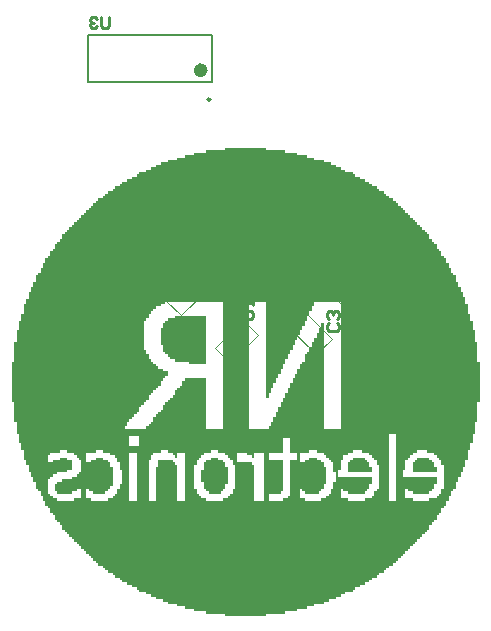
<source format=gbo>
G04*
G04 #@! TF.GenerationSoftware,Altium Limited,Altium Designer,20.1.10 (176)*
G04*
G04 Layer_Color=32896*
%FSLAX24Y24*%
%MOIN*%
G70*
G04*
G04 #@! TF.SameCoordinates,9D01BC41-1964-44B2-BAAF-85125F902256*
G04*
G04*
G04 #@! TF.FilePolarity,Positive*
G04*
G01*
G75*
%ADD10C,0.0098*%
%ADD12C,0.0100*%
%ADD14C,0.0236*%
%ADD15C,0.0079*%
%ADD17C,0.0039*%
G36*
X11730Y20080D02*
X12370D01*
Y20000D01*
X12770D01*
Y19920D01*
X13090D01*
Y19840D01*
X13330D01*
Y19760D01*
X13650D01*
Y19680D01*
X13890D01*
Y19600D01*
X14050D01*
Y19520D01*
X14210D01*
Y19440D01*
X14370D01*
Y19360D01*
X14610D01*
Y19280D01*
X14690D01*
Y19200D01*
X14850D01*
Y19120D01*
X15010D01*
Y19040D01*
X15170D01*
Y18960D01*
X15250D01*
Y18880D01*
X15410D01*
Y18800D01*
X15490D01*
Y18720D01*
X15650D01*
Y18640D01*
X15730D01*
Y18560D01*
X15810D01*
Y18480D01*
X15970D01*
Y18400D01*
X16050D01*
Y18320D01*
X16130D01*
Y18240D01*
X16210D01*
Y18160D01*
X16290D01*
Y18080D01*
X16370D01*
Y18000D01*
X16450D01*
Y17920D01*
X16530D01*
Y17840D01*
X16610D01*
Y17760D01*
X16690D01*
Y17680D01*
X16770D01*
Y17600D01*
X16850D01*
Y17520D01*
X16930D01*
Y17440D01*
X17010D01*
Y17360D01*
X17090D01*
Y17280D01*
X17170D01*
Y17200D01*
Y17120D01*
X17250D01*
Y17040D01*
X17330D01*
Y16960D01*
X17410D01*
Y16880D01*
Y16800D01*
X17490D01*
Y16720D01*
X17570D01*
Y16640D01*
Y16560D01*
X17650D01*
Y16480D01*
X17730D01*
Y16400D01*
Y16320D01*
X17810D01*
Y16240D01*
Y16160D01*
X17890D01*
Y16080D01*
Y16000D01*
X17970D01*
Y15920D01*
X18050D01*
Y15840D01*
Y15760D01*
Y15680D01*
X18130D01*
Y15600D01*
Y15520D01*
X18210D01*
Y15440D01*
Y15360D01*
X18290D01*
Y15280D01*
Y15200D01*
X18370D01*
Y15120D01*
Y15040D01*
Y14960D01*
X18450D01*
Y14880D01*
Y14800D01*
Y14720D01*
Y14640D01*
X18530D01*
Y14560D01*
Y14480D01*
Y14400D01*
X18610D01*
Y14320D01*
Y14240D01*
Y14160D01*
Y14080D01*
X18690D01*
Y14000D01*
Y13920D01*
Y13840D01*
Y13760D01*
Y13680D01*
X18770D01*
Y13600D01*
Y13520D01*
Y13440D01*
Y13360D01*
Y13280D01*
Y13200D01*
Y13120D01*
Y13040D01*
X18850D01*
Y12960D01*
Y12880D01*
Y12800D01*
Y12720D01*
Y12640D01*
Y12560D01*
Y12480D01*
Y12400D01*
Y12320D01*
Y12240D01*
Y12160D01*
Y12080D01*
Y12000D01*
Y11920D01*
Y11840D01*
Y11760D01*
Y11680D01*
X18770D01*
Y11600D01*
Y11520D01*
Y11440D01*
Y11360D01*
Y11280D01*
Y11200D01*
Y11120D01*
Y11040D01*
X18690D01*
Y10960D01*
Y10880D01*
Y10800D01*
Y10720D01*
Y10640D01*
X18610D01*
Y10560D01*
Y10480D01*
Y10400D01*
Y10320D01*
X18530D01*
Y10240D01*
Y10160D01*
Y10080D01*
X18450D01*
Y10000D01*
Y9920D01*
Y9840D01*
Y9760D01*
X18370D01*
Y9680D01*
Y9600D01*
Y9520D01*
X18290D01*
Y9440D01*
Y9360D01*
X18210D01*
Y9280D01*
Y9200D01*
X18130D01*
Y9120D01*
Y9040D01*
X18050D01*
Y8960D01*
Y8880D01*
Y8800D01*
X17970D01*
Y8720D01*
X17890D01*
Y8640D01*
Y8560D01*
X17810D01*
Y8480D01*
Y8400D01*
X17730D01*
Y8320D01*
Y8240D01*
X17650D01*
Y8160D01*
X17570D01*
Y8080D01*
Y8000D01*
X17490D01*
Y7920D01*
X17410D01*
Y7840D01*
Y7760D01*
X17330D01*
Y7680D01*
X17250D01*
Y7600D01*
X17170D01*
Y7520D01*
Y7440D01*
X17090D01*
Y7360D01*
X17010D01*
Y7280D01*
X16930D01*
Y7200D01*
X16850D01*
Y7120D01*
X16770D01*
Y7040D01*
X16690D01*
Y6960D01*
X16610D01*
Y6880D01*
X16530D01*
Y6800D01*
X16450D01*
Y6720D01*
X16370D01*
Y6640D01*
X16290D01*
Y6560D01*
X16210D01*
Y6480D01*
X16130D01*
Y6400D01*
X16050D01*
Y6320D01*
X15970D01*
Y6240D01*
X15810D01*
Y6160D01*
X15730D01*
Y6080D01*
X15650D01*
Y6000D01*
X15490D01*
Y5920D01*
X15410D01*
Y5840D01*
X15250D01*
Y5760D01*
X15170D01*
Y5680D01*
X15010D01*
Y5600D01*
X14850D01*
Y5520D01*
X14690D01*
Y5440D01*
X14610D01*
Y5360D01*
X14370D01*
Y5280D01*
X14210D01*
Y5200D01*
X14050D01*
Y5120D01*
X13810D01*
Y5040D01*
X13650D01*
Y4960D01*
X13330D01*
Y4880D01*
X13090D01*
Y4800D01*
X12770D01*
Y4720D01*
X12370D01*
Y4640D01*
X11730D01*
Y4560D01*
X10370D01*
Y4640D01*
X9730D01*
Y4720D01*
X9330D01*
Y4800D01*
X9010D01*
Y4880D01*
X8770D01*
Y4960D01*
X8450D01*
Y5040D01*
X8290D01*
Y5120D01*
X8050D01*
Y5200D01*
X7890D01*
Y5280D01*
X7730D01*
Y5360D01*
X7490D01*
Y5440D01*
X7410D01*
Y5520D01*
X7250D01*
Y5600D01*
X7090D01*
Y5680D01*
X6930D01*
Y5760D01*
X6850D01*
Y5840D01*
X6690D01*
Y5920D01*
X6610D01*
Y6000D01*
X6450D01*
Y6080D01*
X6370D01*
Y6160D01*
X6290D01*
Y6240D01*
X6130D01*
Y6320D01*
X6050D01*
Y6400D01*
X5970D01*
Y6480D01*
X5890D01*
Y6560D01*
X5810D01*
Y6640D01*
X5730D01*
Y6720D01*
X5650D01*
Y6800D01*
X5570D01*
Y6880D01*
X5490D01*
Y6960D01*
X5410D01*
Y7040D01*
X5330D01*
Y7120D01*
X5250D01*
Y7200D01*
X5170D01*
Y7280D01*
X5090D01*
Y7360D01*
X5010D01*
Y7440D01*
X4930D01*
Y7520D01*
Y7600D01*
X4850D01*
Y7680D01*
X4770D01*
Y7760D01*
X4690D01*
Y7840D01*
Y7920D01*
X4610D01*
Y8000D01*
X4530D01*
Y8080D01*
Y8160D01*
X4450D01*
Y8240D01*
X4370D01*
Y8320D01*
Y8400D01*
X4290D01*
Y8480D01*
Y8560D01*
X4210D01*
Y8640D01*
Y8720D01*
X4130D01*
Y8800D01*
X4050D01*
Y8880D01*
Y8960D01*
Y9040D01*
X3970D01*
Y9120D01*
Y9200D01*
X3890D01*
Y9280D01*
Y9360D01*
X3810D01*
Y9440D01*
Y9520D01*
Y9600D01*
X3730D01*
Y9680D01*
Y9760D01*
X3650D01*
Y9840D01*
Y9920D01*
Y10000D01*
Y10080D01*
X3570D01*
Y10160D01*
Y10240D01*
Y10320D01*
X3490D01*
Y10400D01*
Y10480D01*
Y10560D01*
Y10640D01*
X3410D01*
Y10720D01*
Y10800D01*
Y10880D01*
Y10960D01*
Y11040D01*
X3330D01*
Y11120D01*
Y11200D01*
Y11280D01*
Y11360D01*
Y11440D01*
Y11520D01*
Y11600D01*
Y11680D01*
X3250D01*
Y11760D01*
Y11840D01*
Y11920D01*
Y12000D01*
Y12080D01*
Y12160D01*
Y12240D01*
Y12320D01*
Y12400D01*
Y12480D01*
Y12560D01*
Y12640D01*
Y12720D01*
Y12800D01*
Y12880D01*
Y12960D01*
Y13040D01*
X3330D01*
Y13120D01*
Y13200D01*
Y13280D01*
Y13360D01*
Y13440D01*
Y13520D01*
Y13600D01*
Y13680D01*
X3410D01*
Y13760D01*
Y13840D01*
Y13920D01*
Y14000D01*
Y14080D01*
X3490D01*
Y14160D01*
Y14240D01*
Y14320D01*
Y14400D01*
X3570D01*
Y14480D01*
Y14560D01*
Y14640D01*
X3650D01*
Y14720D01*
Y14800D01*
Y14880D01*
Y14960D01*
X3730D01*
Y15040D01*
Y15120D01*
X3810D01*
Y15200D01*
Y15280D01*
Y15360D01*
X3890D01*
Y15440D01*
Y15520D01*
X3970D01*
Y15600D01*
Y15680D01*
X4050D01*
Y15760D01*
Y15840D01*
Y15920D01*
X4130D01*
Y16000D01*
X4210D01*
Y16080D01*
Y16160D01*
X4290D01*
Y16240D01*
Y16320D01*
X4370D01*
Y16400D01*
Y16480D01*
X4450D01*
Y16560D01*
X4530D01*
Y16640D01*
Y16720D01*
X4610D01*
Y16800D01*
X4690D01*
Y16880D01*
Y16960D01*
X4770D01*
Y17040D01*
X4850D01*
Y17120D01*
X4930D01*
Y17200D01*
Y17280D01*
X5010D01*
Y17360D01*
X5090D01*
Y17440D01*
X5170D01*
Y17520D01*
X5250D01*
Y17600D01*
X5330D01*
Y17680D01*
X5410D01*
Y17760D01*
X5490D01*
Y17840D01*
X5570D01*
Y17920D01*
X5650D01*
Y18000D01*
X5730D01*
Y18080D01*
X5810D01*
Y18160D01*
X5890D01*
Y18240D01*
X5970D01*
Y18320D01*
X6050D01*
Y18400D01*
X6130D01*
Y18480D01*
X6290D01*
Y18560D01*
X6370D01*
Y18640D01*
X6450D01*
Y18720D01*
X6610D01*
Y18800D01*
X6690D01*
Y18880D01*
X6850D01*
Y18960D01*
X6930D01*
Y19040D01*
X7090D01*
Y19120D01*
X7250D01*
Y19200D01*
X7410D01*
Y19280D01*
X7490D01*
Y19360D01*
X7730D01*
Y19440D01*
X7890D01*
Y19520D01*
X8050D01*
Y19600D01*
X8210D01*
Y19680D01*
X8450D01*
Y19760D01*
X8770D01*
Y19840D01*
X9010D01*
Y19920D01*
X9330D01*
Y20000D01*
X9730D01*
Y20080D01*
X10370D01*
Y20160D01*
X11730D01*
Y20080D01*
D02*
G37*
%LPC*%
G36*
X14210Y15040D02*
X13330D01*
Y14960D01*
Y14880D01*
X13250D01*
Y14800D01*
Y14720D01*
X13170D01*
Y14640D01*
Y14560D01*
X13090D01*
Y14480D01*
Y14400D01*
X13010D01*
Y14320D01*
Y14240D01*
X12930D01*
Y14160D01*
Y14080D01*
X12850D01*
Y14000D01*
Y13920D01*
X12770D01*
Y13840D01*
Y13760D01*
X12690D01*
Y13680D01*
Y13600D01*
X12610D01*
Y13520D01*
Y13440D01*
X12530D01*
Y13360D01*
Y13280D01*
X12450D01*
Y13200D01*
Y13120D01*
X12370D01*
Y13040D01*
Y12960D01*
X12290D01*
Y12880D01*
Y12800D01*
X12210D01*
Y12720D01*
Y12640D01*
X12130D01*
Y12560D01*
Y12480D01*
X12050D01*
Y12400D01*
Y12320D01*
X11970D01*
Y12240D01*
Y12160D01*
X11890D01*
Y12080D01*
Y12000D01*
X11810D01*
Y11920D01*
Y11840D01*
X11730D01*
Y11920D01*
Y12000D01*
Y12080D01*
Y12160D01*
Y12240D01*
Y12320D01*
Y12400D01*
Y12480D01*
Y12560D01*
Y12640D01*
Y12720D01*
Y12800D01*
Y12880D01*
Y12960D01*
Y13040D01*
Y13120D01*
Y13200D01*
Y13280D01*
Y13360D01*
Y13440D01*
Y13520D01*
Y13600D01*
Y13680D01*
Y13760D01*
Y13840D01*
Y13920D01*
Y14000D01*
Y14080D01*
Y14160D01*
Y14240D01*
Y14320D01*
Y14400D01*
Y14480D01*
Y14560D01*
Y14640D01*
Y14720D01*
Y14800D01*
Y14880D01*
Y14960D01*
Y15040D01*
X11170D01*
Y14960D01*
Y14880D01*
Y14800D01*
Y14720D01*
Y14640D01*
Y14560D01*
Y14480D01*
Y14400D01*
Y14320D01*
Y14240D01*
Y14160D01*
Y14080D01*
Y14000D01*
Y13920D01*
Y13840D01*
Y13760D01*
Y13680D01*
Y13600D01*
Y13520D01*
Y13440D01*
Y13360D01*
Y13280D01*
Y13200D01*
Y13120D01*
Y13040D01*
Y12960D01*
Y12880D01*
Y12800D01*
Y12720D01*
Y12640D01*
Y12560D01*
Y12480D01*
Y12400D01*
Y12320D01*
Y12240D01*
Y12160D01*
Y12080D01*
Y12000D01*
Y11920D01*
Y11840D01*
Y11760D01*
Y11680D01*
Y11600D01*
Y11520D01*
Y11440D01*
Y11360D01*
Y11280D01*
Y11200D01*
Y11120D01*
Y11040D01*
Y10960D01*
Y10880D01*
Y10800D01*
X11810D01*
Y10880D01*
X11890D01*
Y10960D01*
Y11040D01*
X11970D01*
Y11120D01*
Y11200D01*
X12050D01*
Y11280D01*
Y11360D01*
X12130D01*
Y11440D01*
Y11520D01*
X12210D01*
Y11600D01*
Y11680D01*
X12290D01*
Y11760D01*
Y11840D01*
X12370D01*
Y11920D01*
Y12000D01*
X12450D01*
Y12080D01*
Y12160D01*
X12530D01*
Y12240D01*
Y12320D01*
X12610D01*
Y12400D01*
Y12480D01*
X12690D01*
Y12560D01*
Y12640D01*
X12770D01*
Y12720D01*
Y12800D01*
X12850D01*
Y12880D01*
Y12960D01*
X12930D01*
Y13040D01*
X13010D01*
Y13120D01*
Y13200D01*
Y13280D01*
X13090D01*
Y13360D01*
X13170D01*
Y13440D01*
Y13520D01*
X13250D01*
Y13600D01*
Y13680D01*
X13330D01*
Y13760D01*
Y13840D01*
X13410D01*
Y13920D01*
Y14000D01*
X13490D01*
Y14080D01*
Y14160D01*
X13570D01*
Y14240D01*
Y14320D01*
X13650D01*
Y14240D01*
Y14160D01*
Y14080D01*
Y14000D01*
Y13920D01*
Y13840D01*
Y13760D01*
Y13680D01*
Y13600D01*
Y13520D01*
Y13440D01*
Y13360D01*
Y13280D01*
Y13200D01*
Y13120D01*
Y13040D01*
Y12960D01*
Y12880D01*
Y12800D01*
Y12720D01*
Y12640D01*
Y12560D01*
Y12480D01*
Y12400D01*
Y12320D01*
Y12240D01*
Y12160D01*
Y12080D01*
Y12000D01*
Y11920D01*
Y11840D01*
Y11760D01*
Y11680D01*
Y11600D01*
Y11520D01*
Y11440D01*
Y11360D01*
Y11280D01*
Y11200D01*
Y11120D01*
Y11040D01*
Y10960D01*
Y10880D01*
Y10800D01*
X14210D01*
Y10880D01*
Y10960D01*
Y11040D01*
Y11120D01*
Y11200D01*
Y11280D01*
Y11360D01*
Y11440D01*
Y11520D01*
Y11600D01*
Y11680D01*
Y11760D01*
Y11840D01*
Y11920D01*
Y12000D01*
Y12080D01*
Y12160D01*
Y12240D01*
Y12320D01*
Y12400D01*
Y12480D01*
Y12560D01*
Y12640D01*
Y12720D01*
Y12800D01*
Y12880D01*
Y12960D01*
Y13040D01*
Y13120D01*
Y13200D01*
Y13280D01*
Y13360D01*
Y13440D01*
Y13520D01*
Y13600D01*
Y13680D01*
Y13760D01*
Y13840D01*
Y13920D01*
Y14000D01*
Y14080D01*
Y14160D01*
Y14240D01*
Y14320D01*
Y14400D01*
Y14480D01*
Y14560D01*
Y14640D01*
Y14720D01*
Y14800D01*
Y14880D01*
Y14960D01*
Y15040D01*
D02*
G37*
G36*
X10290D02*
X8370D01*
Y14960D01*
X8210D01*
Y14880D01*
X8050D01*
Y14800D01*
X7970D01*
Y14720D01*
X7890D01*
Y14640D01*
X7810D01*
Y14560D01*
Y14480D01*
X7730D01*
Y14400D01*
X7650D01*
Y14320D01*
Y14240D01*
Y14160D01*
Y14080D01*
Y14000D01*
Y13920D01*
Y13840D01*
Y13760D01*
Y13680D01*
Y13600D01*
Y13520D01*
Y13440D01*
X7730D01*
Y13360D01*
Y13280D01*
X7810D01*
Y13200D01*
Y13120D01*
X7890D01*
Y13040D01*
X7970D01*
Y12960D01*
X8050D01*
Y12880D01*
X8130D01*
Y12800D01*
X8290D01*
Y12720D01*
X8450D01*
Y12640D01*
Y12560D01*
X8370D01*
Y12480D01*
X8290D01*
Y12400D01*
X8210D01*
Y12320D01*
Y12240D01*
X8130D01*
Y12160D01*
X8050D01*
Y12080D01*
X7970D01*
Y12000D01*
X7890D01*
Y11920D01*
X7810D01*
Y11840D01*
Y11760D01*
X7730D01*
Y11680D01*
X7650D01*
Y11600D01*
X7570D01*
Y11520D01*
X7490D01*
Y11440D01*
Y11360D01*
X7410D01*
Y11280D01*
X7330D01*
Y11200D01*
X7250D01*
Y11120D01*
X7170D01*
Y11040D01*
X7090D01*
Y10960D01*
Y10880D01*
X7010D01*
Y10800D01*
X7730D01*
Y10880D01*
X7810D01*
Y10960D01*
X7890D01*
Y11040D01*
X7970D01*
Y11120D01*
Y11200D01*
X8050D01*
Y11280D01*
X8130D01*
Y11360D01*
X8210D01*
Y11440D01*
X8290D01*
Y11520D01*
Y11600D01*
X8370D01*
Y11680D01*
X8450D01*
Y11760D01*
X8530D01*
Y11840D01*
X8610D01*
Y11920D01*
X8690D01*
Y12000D01*
Y12080D01*
X8770D01*
Y12160D01*
X8850D01*
Y12240D01*
X8930D01*
Y12320D01*
Y12400D01*
X9010D01*
Y12480D01*
X9730D01*
Y12400D01*
Y12320D01*
Y12240D01*
Y12160D01*
Y12080D01*
Y12000D01*
Y11920D01*
Y11840D01*
Y11760D01*
Y11680D01*
Y11600D01*
Y11520D01*
Y11440D01*
Y11360D01*
Y11280D01*
Y11200D01*
Y11120D01*
Y11040D01*
Y10960D01*
Y10880D01*
Y10800D01*
X10290D01*
Y10880D01*
Y10960D01*
Y11040D01*
Y11120D01*
Y11200D01*
Y11280D01*
Y11360D01*
Y11440D01*
Y11520D01*
Y11600D01*
Y11680D01*
Y11760D01*
Y11840D01*
Y11920D01*
Y12000D01*
Y12080D01*
Y12160D01*
Y12240D01*
Y12320D01*
Y12400D01*
Y12480D01*
Y12560D01*
Y12640D01*
Y12720D01*
Y12800D01*
Y12880D01*
Y12960D01*
Y13040D01*
Y13120D01*
Y13200D01*
Y13280D01*
Y13360D01*
Y13440D01*
Y13520D01*
Y13600D01*
Y13680D01*
Y13760D01*
Y13840D01*
Y13920D01*
Y14000D01*
Y14080D01*
Y14160D01*
Y14240D01*
Y14320D01*
Y14400D01*
Y14480D01*
Y14560D01*
Y14640D01*
Y14720D01*
Y14800D01*
Y14880D01*
Y14960D01*
Y15040D01*
D02*
G37*
G36*
X7490Y10560D02*
X7170D01*
Y10480D01*
Y10400D01*
Y10320D01*
Y10240D01*
X7490D01*
Y10320D01*
Y10400D01*
Y10480D01*
Y10560D01*
D02*
G37*
G36*
X11650Y10000D02*
X11330D01*
Y9920D01*
Y9840D01*
X11250D01*
Y9920D01*
X11090D01*
Y10000D01*
X10770D01*
Y9920D01*
Y9840D01*
Y9760D01*
Y9680D01*
X11250D01*
Y9600D01*
X11330D01*
Y9520D01*
Y9440D01*
Y9360D01*
Y9280D01*
Y9200D01*
Y9120D01*
Y9040D01*
Y8960D01*
Y8880D01*
Y8800D01*
Y8720D01*
Y8640D01*
Y8560D01*
Y8480D01*
Y8400D01*
X11650D01*
Y8480D01*
Y8560D01*
Y8640D01*
Y8720D01*
Y8800D01*
Y8880D01*
Y8960D01*
Y9040D01*
Y9120D01*
Y9200D01*
Y9280D01*
Y9360D01*
Y9440D01*
Y9520D01*
Y9600D01*
Y9680D01*
Y9760D01*
Y9840D01*
Y9920D01*
Y10000D01*
D02*
G37*
G36*
X17090Y10080D02*
X16770D01*
Y10000D01*
X16610D01*
Y9920D01*
X16530D01*
Y9840D01*
X16450D01*
Y9760D01*
X16370D01*
Y9680D01*
Y9600D01*
Y9520D01*
Y9440D01*
X16290D01*
Y9360D01*
Y9280D01*
Y9200D01*
X17410D01*
Y9120D01*
Y9040D01*
Y8960D01*
X17330D01*
Y8880D01*
Y8800D01*
X17250D01*
Y8720D01*
X17170D01*
Y8640D01*
X16610D01*
Y8720D01*
X16450D01*
Y8800D01*
X16370D01*
Y8720D01*
Y8640D01*
Y8560D01*
Y8480D01*
X16610D01*
Y8400D01*
X17170D01*
Y8480D01*
X17410D01*
Y8560D01*
X17490D01*
Y8640D01*
X17570D01*
Y8720D01*
Y8800D01*
X17650D01*
Y8880D01*
Y8960D01*
Y9040D01*
Y9120D01*
Y9200D01*
Y9280D01*
Y9360D01*
Y9440D01*
Y9520D01*
Y9600D01*
X17570D01*
Y9680D01*
Y9760D01*
X17490D01*
Y9840D01*
X17410D01*
Y9920D01*
X17330D01*
Y10000D01*
X17090D01*
Y10080D01*
D02*
G37*
G36*
X14930D02*
X14610D01*
Y10000D01*
X14450D01*
Y9920D01*
X14290D01*
Y9840D01*
Y9760D01*
X14210D01*
Y9680D01*
Y9600D01*
Y9520D01*
Y9440D01*
X14130D01*
Y9360D01*
Y9280D01*
Y9200D01*
X15250D01*
Y9120D01*
Y9040D01*
Y8960D01*
X15170D01*
Y8880D01*
Y8800D01*
X15090D01*
Y8720D01*
X15010D01*
Y8640D01*
X14450D01*
Y8720D01*
X14290D01*
Y8800D01*
X14210D01*
Y8720D01*
Y8640D01*
Y8560D01*
Y8480D01*
X14450D01*
Y8400D01*
X15010D01*
Y8480D01*
X15250D01*
Y8560D01*
X15330D01*
Y8640D01*
Y8720D01*
X15410D01*
Y8800D01*
X15490D01*
Y8880D01*
Y8960D01*
Y9040D01*
Y9120D01*
Y9200D01*
Y9280D01*
Y9360D01*
Y9440D01*
Y9520D01*
Y9600D01*
X15410D01*
Y9680D01*
Y9760D01*
X15330D01*
Y9840D01*
X15250D01*
Y9920D01*
X15170D01*
Y10000D01*
X14930D01*
Y10080D01*
D02*
G37*
G36*
X13410D02*
X13170D01*
Y10000D01*
X12850D01*
Y9920D01*
Y9840D01*
Y9760D01*
Y9680D01*
X13010D01*
Y9760D01*
X13170D01*
Y9840D01*
X13410D01*
Y9760D01*
X13570D01*
Y9680D01*
X13650D01*
Y9600D01*
Y9520D01*
X13730D01*
Y9440D01*
Y9360D01*
Y9280D01*
Y9200D01*
Y9120D01*
Y9040D01*
Y8960D01*
X13650D01*
Y8880D01*
Y8800D01*
X13570D01*
Y8720D01*
X13490D01*
Y8640D01*
X13010D01*
Y8720D01*
X12930D01*
Y8800D01*
X12850D01*
Y8720D01*
Y8640D01*
Y8560D01*
Y8480D01*
X13010D01*
Y8400D01*
X13570D01*
Y8480D01*
X13730D01*
Y8560D01*
X13810D01*
Y8640D01*
X13890D01*
Y8720D01*
Y8800D01*
X13970D01*
Y8880D01*
Y8960D01*
Y9040D01*
X14050D01*
Y9120D01*
Y9200D01*
Y9280D01*
Y9360D01*
X13970D01*
Y9440D01*
Y9520D01*
Y9600D01*
Y9680D01*
X13890D01*
Y9760D01*
X13810D01*
Y9840D01*
X13730D01*
Y9920D01*
X13650D01*
Y10000D01*
X13410D01*
Y10080D01*
D02*
G37*
G36*
X6290D02*
X6050D01*
Y10000D01*
X5730D01*
Y9920D01*
Y9840D01*
Y9760D01*
Y9680D01*
X5890D01*
Y9760D01*
X6050D01*
Y9840D01*
X6290D01*
Y9760D01*
X6450D01*
Y9680D01*
X6530D01*
Y9600D01*
Y9520D01*
X6610D01*
Y9440D01*
Y9360D01*
Y9280D01*
Y9200D01*
Y9120D01*
Y9040D01*
Y8960D01*
Y8880D01*
X6530D01*
Y8800D01*
X6450D01*
Y8720D01*
X6370D01*
Y8640D01*
X5970D01*
Y8720D01*
X5810D01*
Y8800D01*
X5730D01*
Y8720D01*
Y8640D01*
Y8560D01*
Y8480D01*
X5890D01*
Y8400D01*
X6450D01*
Y8480D01*
X6610D01*
Y8560D01*
X6690D01*
Y8640D01*
X6770D01*
Y8720D01*
Y8800D01*
X6850D01*
Y8880D01*
Y8960D01*
X6930D01*
Y9040D01*
Y9120D01*
Y9200D01*
Y9280D01*
Y9360D01*
Y9440D01*
X6850D01*
Y9520D01*
Y9600D01*
Y9680D01*
X6770D01*
Y9760D01*
Y9840D01*
X6690D01*
Y9920D01*
X6530D01*
Y10000D01*
X6290D01*
Y10080D01*
D02*
G37*
G36*
X16050Y10640D02*
X15810D01*
Y10560D01*
Y10480D01*
Y10400D01*
Y10320D01*
Y10240D01*
Y10160D01*
Y10080D01*
Y10000D01*
Y9920D01*
Y9840D01*
Y9760D01*
Y9680D01*
Y9600D01*
Y9520D01*
Y9440D01*
Y9360D01*
Y9280D01*
Y9200D01*
Y9120D01*
Y9040D01*
Y8960D01*
Y8880D01*
Y8800D01*
Y8720D01*
Y8640D01*
Y8560D01*
Y8480D01*
Y8400D01*
X16050D01*
Y8480D01*
Y8560D01*
Y8640D01*
Y8720D01*
Y8800D01*
Y8880D01*
Y8960D01*
Y9040D01*
Y9120D01*
Y9200D01*
Y9280D01*
Y9360D01*
Y9440D01*
Y9520D01*
Y9600D01*
Y9680D01*
Y9760D01*
Y9840D01*
Y9920D01*
Y10000D01*
Y10080D01*
Y10160D01*
Y10240D01*
Y10320D01*
Y10400D01*
Y10480D01*
Y10560D01*
Y10640D01*
D02*
G37*
G36*
X12530Y10480D02*
X12290D01*
Y10400D01*
Y10320D01*
Y10240D01*
Y10160D01*
Y10080D01*
Y10000D01*
X11810D01*
Y9920D01*
Y9840D01*
Y9760D01*
X12290D01*
Y9680D01*
Y9600D01*
Y9520D01*
Y9440D01*
Y9360D01*
Y9280D01*
Y9200D01*
Y9120D01*
Y9040D01*
Y8960D01*
Y8880D01*
Y8800D01*
Y8720D01*
X12210D01*
Y8640D01*
X11810D01*
Y8560D01*
Y8480D01*
Y8400D01*
X12290D01*
Y8480D01*
X12450D01*
Y8560D01*
X12530D01*
Y8640D01*
Y8720D01*
Y8800D01*
Y8880D01*
Y8960D01*
Y9040D01*
Y9120D01*
Y9200D01*
Y9280D01*
Y9360D01*
Y9440D01*
Y9520D01*
Y9600D01*
Y9680D01*
Y9760D01*
X12770D01*
Y9840D01*
Y9920D01*
Y10000D01*
X12530D01*
Y10080D01*
Y10160D01*
Y10240D01*
Y10320D01*
Y10400D01*
Y10480D01*
D02*
G37*
G36*
X10130Y10080D02*
X9890D01*
Y10000D01*
X9650D01*
Y9920D01*
X9570D01*
Y9840D01*
X9490D01*
Y9760D01*
X9410D01*
Y9680D01*
Y9600D01*
X9330D01*
Y9520D01*
Y9440D01*
Y9360D01*
Y9280D01*
Y9200D01*
Y9120D01*
Y9040D01*
Y8960D01*
Y8880D01*
Y8800D01*
X9410D01*
Y8720D01*
Y8640D01*
X9490D01*
Y8560D01*
X9570D01*
Y8480D01*
X9730D01*
Y8400D01*
X10290D01*
Y8480D01*
X10450D01*
Y8560D01*
X10530D01*
Y8640D01*
X10610D01*
Y8720D01*
Y8800D01*
X10690D01*
Y8880D01*
Y8960D01*
Y9040D01*
Y9120D01*
Y9200D01*
Y9280D01*
Y9360D01*
Y9440D01*
Y9520D01*
Y9600D01*
X10610D01*
Y9680D01*
Y9760D01*
X10530D01*
Y9840D01*
X10450D01*
Y9920D01*
X10370D01*
Y10000D01*
X10130D01*
Y10080D01*
D02*
G37*
G36*
X8450D02*
X8210D01*
Y10000D01*
X7970D01*
Y9920D01*
X7890D01*
Y9840D01*
Y9760D01*
X7810D01*
Y9680D01*
Y9600D01*
Y9520D01*
Y9440D01*
Y9360D01*
Y9280D01*
Y9200D01*
Y9120D01*
Y9040D01*
Y8960D01*
Y8880D01*
Y8800D01*
Y8720D01*
Y8640D01*
Y8560D01*
Y8480D01*
Y8400D01*
X8050D01*
Y8480D01*
Y8560D01*
Y8640D01*
Y8720D01*
Y8800D01*
Y8880D01*
Y8960D01*
Y9040D01*
Y9120D01*
Y9200D01*
Y9280D01*
Y9360D01*
Y9440D01*
Y9520D01*
X8130D01*
Y9600D01*
Y9680D01*
Y9760D01*
X8610D01*
Y9680D01*
X8690D01*
Y9600D01*
X8770D01*
Y9520D01*
Y9440D01*
Y9360D01*
Y9280D01*
Y9200D01*
Y9120D01*
Y9040D01*
Y8960D01*
Y8880D01*
Y8800D01*
Y8720D01*
Y8640D01*
Y8560D01*
Y8480D01*
Y8400D01*
X9010D01*
Y8480D01*
Y8560D01*
Y8640D01*
Y8720D01*
Y8800D01*
Y8880D01*
Y8960D01*
Y9040D01*
Y9120D01*
Y9200D01*
Y9280D01*
Y9360D01*
Y9440D01*
Y9520D01*
Y9600D01*
Y9680D01*
Y9760D01*
Y9840D01*
Y9920D01*
Y10000D01*
X8770D01*
Y9920D01*
Y9840D01*
X8690D01*
Y9920D01*
X8610D01*
Y10000D01*
X8450D01*
Y10080D01*
D02*
G37*
G36*
X7410Y10000D02*
X7170D01*
Y9920D01*
Y9840D01*
Y9760D01*
Y9680D01*
Y9600D01*
Y9520D01*
Y9440D01*
Y9360D01*
Y9280D01*
Y9200D01*
Y9120D01*
Y9040D01*
Y8960D01*
Y8880D01*
Y8800D01*
Y8720D01*
Y8640D01*
Y8560D01*
Y8480D01*
Y8400D01*
X7410D01*
Y8480D01*
Y8560D01*
Y8640D01*
Y8720D01*
Y8800D01*
Y8880D01*
Y8960D01*
Y9040D01*
Y9120D01*
Y9200D01*
Y9280D01*
Y9360D01*
Y9440D01*
Y9520D01*
Y9600D01*
Y9680D01*
Y9760D01*
Y9840D01*
Y9920D01*
Y10000D01*
D02*
G37*
G36*
X5090Y10080D02*
X4850D01*
Y10000D01*
X4530D01*
Y9920D01*
X4450D01*
Y9840D01*
Y9760D01*
Y9680D01*
X4610D01*
Y9760D01*
X4850D01*
Y9840D01*
X5090D01*
Y9760D01*
X5250D01*
Y9680D01*
Y9600D01*
Y9520D01*
Y9440D01*
X5090D01*
Y9360D01*
X4770D01*
Y9280D01*
X4610D01*
Y9200D01*
X4530D01*
Y9120D01*
X4450D01*
Y9040D01*
Y8960D01*
Y8880D01*
Y8800D01*
Y8720D01*
Y8640D01*
X4530D01*
Y8560D01*
X4610D01*
Y8480D01*
X4770D01*
Y8400D01*
X5330D01*
Y8480D01*
X5570D01*
Y8560D01*
Y8640D01*
Y8720D01*
Y8800D01*
X5410D01*
Y8720D01*
X5250D01*
Y8640D01*
X4770D01*
Y8720D01*
X4690D01*
Y8800D01*
Y8880D01*
Y8960D01*
X4770D01*
Y9040D01*
X4930D01*
Y9120D01*
X5250D01*
Y9200D01*
X5410D01*
Y9280D01*
X5490D01*
Y9360D01*
X5570D01*
Y9440D01*
Y9520D01*
Y9600D01*
Y9680D01*
Y9760D01*
X5490D01*
Y9840D01*
X5410D01*
Y9920D01*
X5330D01*
Y10000D01*
X5090D01*
Y10080D01*
D02*
G37*
%LPD*%
G36*
X9730Y14480D02*
Y14400D01*
Y14320D01*
Y14240D01*
Y14160D01*
Y14080D01*
Y14000D01*
Y13920D01*
Y13840D01*
Y13760D01*
Y13680D01*
Y13600D01*
Y13520D01*
Y13440D01*
Y13360D01*
Y13280D01*
Y13200D01*
Y13120D01*
Y13040D01*
Y12960D01*
X9170D01*
Y13040D01*
X8690D01*
Y13120D01*
X8530D01*
Y13200D01*
X8450D01*
Y13280D01*
X8370D01*
Y13360D01*
X8290D01*
Y13440D01*
Y13520D01*
Y13600D01*
X8210D01*
Y13680D01*
Y13760D01*
Y13840D01*
Y13920D01*
Y14000D01*
Y14080D01*
Y14160D01*
X8290D01*
Y14240D01*
Y14320D01*
X8370D01*
Y14400D01*
X8450D01*
Y14480D01*
X8690D01*
Y14560D01*
X9730D01*
Y14480D01*
D02*
G37*
G36*
X17170Y9760D02*
X17250D01*
Y9680D01*
X17330D01*
Y9600D01*
Y9520D01*
X17410D01*
Y9440D01*
Y9360D01*
X16610D01*
Y9440D01*
Y9520D01*
Y9600D01*
Y9680D01*
X16690D01*
Y9760D01*
X16770D01*
Y9840D01*
X17170D01*
Y9760D01*
D02*
G37*
G36*
X15010D02*
X15090D01*
Y9680D01*
X15170D01*
Y9600D01*
Y9520D01*
X15250D01*
Y9440D01*
Y9360D01*
X14450D01*
Y9440D01*
Y9520D01*
Y9600D01*
Y9680D01*
X14530D01*
Y9760D01*
X14610D01*
Y9840D01*
X15010D01*
Y9760D01*
D02*
G37*
G36*
X10130D02*
X10290D01*
Y9680D01*
X10370D01*
Y9600D01*
Y9520D01*
X10450D01*
Y9440D01*
Y9360D01*
Y9280D01*
Y9200D01*
Y9120D01*
Y9040D01*
Y8960D01*
X10370D01*
Y8880D01*
Y8800D01*
X10290D01*
Y8720D01*
X10210D01*
Y8640D01*
X9810D01*
Y8720D01*
X9730D01*
Y8800D01*
X9650D01*
Y8880D01*
Y8960D01*
Y9040D01*
X9570D01*
Y9120D01*
Y9200D01*
Y9280D01*
Y9360D01*
Y9440D01*
X9650D01*
Y9520D01*
Y9600D01*
Y9680D01*
X9730D01*
Y9760D01*
X9890D01*
Y9840D01*
X10130D01*
Y9760D01*
D02*
G37*
D10*
X9872Y21783D02*
G03*
X9872Y21783I-49J0D01*
G01*
D12*
X8844Y16272D02*
X8778Y16337D01*
Y16469D01*
X8844Y16534D01*
X9106D01*
X9172Y16469D01*
Y16337D01*
X9106Y16272D01*
X9172Y15944D02*
X8778D01*
X8975Y16141D01*
Y15878D01*
X10956Y15187D02*
X10890Y15253D01*
Y15384D01*
X10956Y15449D01*
X11218D01*
X11284Y15384D01*
Y15253D01*
X11218Y15187D01*
X11284Y15056D02*
Y14925D01*
Y14990D01*
X10890D01*
X10956Y15056D01*
Y14728D02*
X10890Y14662D01*
Y14531D01*
X10956Y14466D01*
X11218D01*
X11284Y14531D01*
Y14662D01*
X11218Y14728D01*
X10956D01*
X11313Y19153D02*
X11378Y19087D01*
Y18956D01*
X11313Y18891D01*
X11050D01*
X10985Y18956D01*
Y19087D01*
X11050Y19153D01*
X11313Y19284D02*
X11378Y19350D01*
Y19481D01*
X11313Y19546D01*
X11247D01*
X11182Y19481D01*
X11116Y19546D01*
X11050D01*
X10985Y19481D01*
Y19350D01*
X11050Y19284D01*
X11116D01*
X11182Y19350D01*
X11247Y19284D01*
X11313D01*
X11182Y19350D02*
Y19481D01*
X13719Y17066D02*
X13653Y17131D01*
Y17262D01*
X13719Y17328D01*
X13981D01*
X14047Y17262D01*
Y17131D01*
X13981Y17066D01*
X13653Y16672D02*
X13719Y16803D01*
X13850Y16934D01*
X13981D01*
X14047Y16869D01*
Y16738D01*
X13981Y16672D01*
X13916D01*
X13850Y16738D01*
Y16934D01*
X15431Y15534D02*
X15497Y15469D01*
Y15338D01*
X15431Y15272D01*
X15169D01*
X15103Y15338D01*
Y15469D01*
X15169Y15534D01*
X15497Y15928D02*
Y15666D01*
X15300D01*
X15366Y15797D01*
Y15862D01*
X15300Y15928D01*
X15169D01*
X15103Y15862D01*
Y15731D01*
X15169Y15666D01*
X9189Y16456D02*
X9254Y16391D01*
Y16259D01*
X9189Y16194D01*
X8926D01*
X8861Y16259D01*
Y16391D01*
X8926Y16456D01*
X9254Y16587D02*
Y16850D01*
X9189D01*
X8926Y16587D01*
X8861D01*
X14081Y14334D02*
X14147Y14269D01*
Y14138D01*
X14081Y14072D01*
X13819D01*
X13753Y14138D01*
Y14269D01*
X13819Y14334D01*
X14081Y14466D02*
X14147Y14531D01*
Y14662D01*
X14081Y14728D01*
X14016D01*
X13950Y14662D01*
Y14597D01*
Y14662D01*
X13884Y14728D01*
X13819D01*
X13753Y14662D01*
Y14531D01*
X13819Y14466D01*
X12426Y18123D02*
X12361Y18189D01*
Y18320D01*
X12426Y18385D01*
X12689D01*
X12754Y18320D01*
Y18189D01*
X12689Y18123D01*
Y17992D02*
X12754Y17926D01*
Y17795D01*
X12689Y17730D01*
X12426D01*
X12361Y17795D01*
Y17926D01*
X12426Y17992D01*
X12492D01*
X12558Y17926D01*
Y17730D01*
X6502Y24539D02*
Y24211D01*
X6436Y24145D01*
X6305D01*
X6240Y24211D01*
Y24539D01*
X6108Y24473D02*
X6043Y24539D01*
X5912D01*
X5846Y24473D01*
Y24407D01*
X5912Y24342D01*
X5977D01*
X5912D01*
X5846Y24276D01*
Y24211D01*
X5912Y24145D01*
X6043D01*
X6108Y24211D01*
D14*
X9665Y22748D02*
G03*
X9665Y22748I-118J0D01*
G01*
D15*
X5807Y22354D02*
Y23929D01*
X9941Y22354D02*
Y23929D01*
X5807D02*
X9941D01*
X5807Y22354D02*
X9941D01*
D17*
X12476Y14209D02*
X12991Y14724D01*
X13409Y13276D02*
X13924Y13791D01*
X12476Y14209D02*
X13409Y13276D01*
X12991Y14724D02*
X13924Y13791D01*
X13726Y15459D02*
X14241Y15974D01*
X14659Y14526D02*
X15174Y15041D01*
X13726Y15459D02*
X14659Y14526D01*
X14241Y15974D02*
X15174Y15041D01*
X13876Y17691D02*
X14391Y17176D01*
X14809Y18624D02*
X15324Y18109D01*
X14391Y17176D02*
X15324Y18109D01*
X13876Y17691D02*
X14809Y18624D01*
X12676Y18741D02*
X13191Y18226D01*
X13609Y19674D02*
X14124Y19159D01*
X13191Y18226D02*
X14124Y19159D01*
X12676Y18741D02*
X13609Y19674D01*
X10816Y17989D02*
X11331Y18504D01*
X9884Y18922D02*
X10399Y19437D01*
X11331Y18504D01*
X9884Y18922D02*
X10816Y17989D01*
X9616Y16648D02*
X10131Y17163D01*
X8684Y17581D02*
X9199Y18096D01*
X10131Y17163D01*
X8684Y17581D02*
X9616Y16648D01*
X9309Y16024D02*
X9824Y15509D01*
X8376Y15091D02*
X8891Y14576D01*
X8376Y15091D02*
X9309Y16024D01*
X8891Y14576D02*
X9824Y15509D01*
X10946Y14431D02*
X11461Y13916D01*
X10013Y13499D02*
X10528Y12984D01*
X10013Y13499D02*
X10946Y14431D01*
X10528Y12984D02*
X11461Y13916D01*
M02*

</source>
